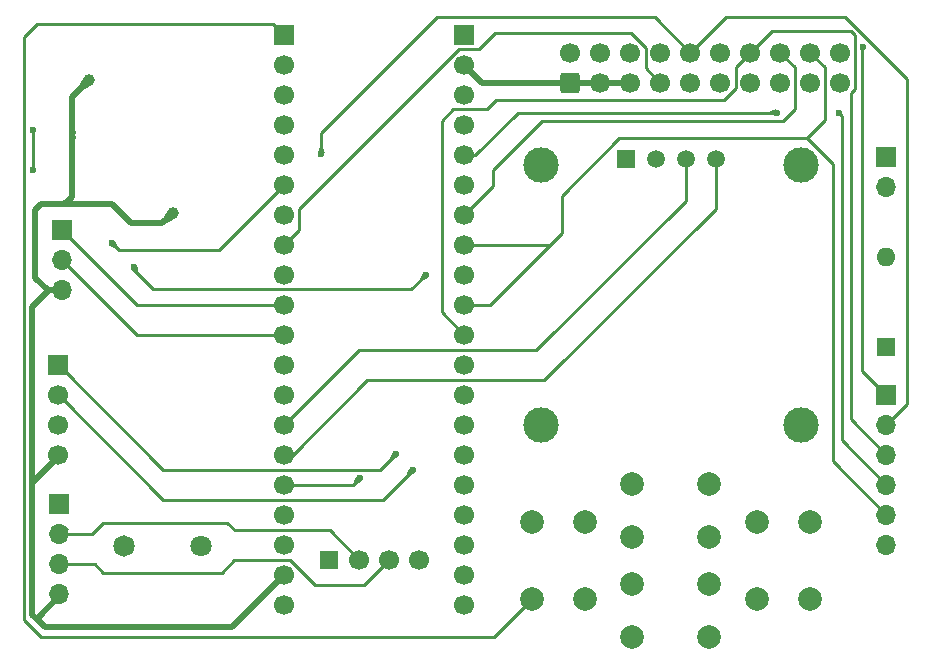
<source format=gbr>
%TF.GenerationSoftware,KiCad,Pcbnew,9.0.1*%
%TF.CreationDate,2025-05-04T19:13:47+02:00*%
%TF.ProjectId,sdiskII_stm32,73646973-6b49-4495-9f73-746d33322e6b,3*%
%TF.SameCoordinates,Original*%
%TF.FileFunction,Copper,L2,Bot*%
%TF.FilePolarity,Positive*%
%FSLAX46Y46*%
G04 Gerber Fmt 4.6, Leading zero omitted, Abs format (unit mm)*
G04 Created by KiCad (PCBNEW 9.0.1) date 2025-05-04 19:13:47*
%MOMM*%
%LPD*%
G01*
G04 APERTURE LIST*
G04 Aperture macros list*
%AMRoundRect*
0 Rectangle with rounded corners*
0 $1 Rounding radius*
0 $2 $3 $4 $5 $6 $7 $8 $9 X,Y pos of 4 corners*
0 Add a 4 corners polygon primitive as box body*
4,1,4,$2,$3,$4,$5,$6,$7,$8,$9,$2,$3,0*
0 Add four circle primitives for the rounded corners*
1,1,$1+$1,$2,$3*
1,1,$1+$1,$4,$5*
1,1,$1+$1,$6,$7*
1,1,$1+$1,$8,$9*
0 Add four rect primitives between the rounded corners*
20,1,$1+$1,$2,$3,$4,$5,0*
20,1,$1+$1,$4,$5,$6,$7,0*
20,1,$1+$1,$6,$7,$8,$9,0*
20,1,$1+$1,$8,$9,$2,$3,0*%
G04 Aperture macros list end*
%TA.AperFunction,ComponentPad*%
%ADD10RoundRect,0.250000X0.600000X-0.600000X0.600000X0.600000X-0.600000X0.600000X-0.600000X-0.600000X0*%
%TD*%
%TA.AperFunction,ComponentPad*%
%ADD11C,1.700000*%
%TD*%
%TA.AperFunction,ComponentPad*%
%ADD12R,1.600000X1.600000*%
%TD*%
%TA.AperFunction,ComponentPad*%
%ADD13O,1.600000X1.600000*%
%TD*%
%TA.AperFunction,ComponentPad*%
%ADD14R,1.700000X1.700000*%
%TD*%
%TA.AperFunction,ComponentPad*%
%ADD15O,1.700000X1.700000*%
%TD*%
%TA.AperFunction,ComponentPad*%
%ADD16C,2.000000*%
%TD*%
%TA.AperFunction,ComponentPad*%
%ADD17C,1.824000*%
%TD*%
%TA.AperFunction,ComponentPad*%
%ADD18C,1.800000*%
%TD*%
%TA.AperFunction,ComponentPad*%
%ADD19R,1.524000X1.524000*%
%TD*%
%TA.AperFunction,ComponentPad*%
%ADD20R,1.508000X1.508000*%
%TD*%
%TA.AperFunction,ComponentPad*%
%ADD21C,1.508000*%
%TD*%
%TA.AperFunction,ComponentPad*%
%ADD22C,3.000000*%
%TD*%
%TA.AperFunction,ViaPad*%
%ADD23C,0.600000*%
%TD*%
%TA.AperFunction,ViaPad*%
%ADD24C,1.000000*%
%TD*%
%TA.AperFunction,Conductor*%
%ADD25C,0.500000*%
%TD*%
%TA.AperFunction,Conductor*%
%ADD26C,0.250000*%
%TD*%
G04 APERTURE END LIST*
D10*
%TO.P,J2,1,Pin_1*%
%TO.N,GND*%
X178290000Y-92490000D03*
D11*
%TO.P,J2,2,Pin_2*%
%TO.N,STEP0*%
X178290000Y-89950000D03*
%TO.P,J2,3,Pin_3*%
%TO.N,GND*%
X180830000Y-92490000D03*
%TO.P,J2,4,Pin_4*%
%TO.N,STEP1*%
X180830000Y-89950000D03*
%TO.P,J2,5,Pin_5*%
%TO.N,GND*%
X183370000Y-92490000D03*
%TO.P,J2,6,Pin_6*%
%TO.N,STEP2*%
X183370000Y-89950000D03*
%TO.P,J2,7,Pin_7*%
%TO.N,3.5DSK*%
X185910000Y-92490000D03*
%TO.P,J2,8,Pin_8*%
%TO.N,STEP3*%
X185910000Y-89950000D03*
%TO.P,J2,9,Pin_9*%
%TO.N,unconnected-(J2-Pin_9-Pad9)*%
X188450000Y-92490000D03*
%TO.P,J2,10,Pin_10*%
%TO.N,WR_REQ*%
X188450000Y-89950000D03*
%TO.P,J2,11,Pin_11*%
%TO.N,VCC*%
X190990000Y-92490000D03*
%TO.P,J2,12,Pin_12*%
%TO.N,SELECT*%
X190990000Y-89950000D03*
%TO.P,J2,13,Pin_13*%
%TO.N,unconnected-(J2-Pin_13-Pad13)*%
X193530000Y-92490000D03*
%TO.P,J2,14,Pin_14*%
%TO.N,DEVICE_ENABLE*%
X193530000Y-89950000D03*
%TO.P,J2,15,Pin_15*%
%TO.N,unconnected-(J2-Pin_15-Pad15)*%
X196070000Y-92490000D03*
%TO.P,J2,16,Pin_16*%
%TO.N,RD_DATA*%
X196070000Y-89950000D03*
%TO.P,J2,17,Pin_17*%
%TO.N,unconnected-(J2-Pin_17-Pad17)*%
X198610000Y-92490000D03*
%TO.P,J2,18,Pin_18*%
%TO.N,WR_DATA*%
X198610000Y-89950000D03*
%TO.P,J2,19,Pin_19*%
%TO.N,unconnected-(J2-Pin_19-Pad19)*%
X201150000Y-92490000D03*
%TO.P,J2,20,Pin_20*%
%TO.N,WR_PROTECT*%
X201150000Y-89950000D03*
%TD*%
D12*
%TO.P,D1,1,K*%
%TO.N,PWR_IN*%
X205000000Y-114840000D03*
D13*
%TO.P,D1,2,A*%
%TO.N,PWR_RD*%
X205000000Y-107220000D03*
%TD*%
D14*
%TO.P,J5,1,Pin_1*%
%TO.N,TIM2_CH3*%
X134880000Y-116370000D03*
D11*
%TO.P,J5,2,Pin_2*%
%TO.N,TIM3_CH4*%
X134880000Y-118910000D03*
%TO.P,J5,3,Pin_3*%
%TO.N,DEBUG*%
X134880000Y-121450000D03*
%TO.P,J5,4,Pin_4*%
%TO.N,GND*%
X134880000Y-123990000D03*
%TD*%
D14*
%TO.P,J3,1,Pin_1*%
%TO.N,RD_DATA*%
X205030000Y-118910000D03*
D15*
%TO.P,J3,2,Pin_2*%
%TO.N,WR_REQ*%
X205030000Y-121450000D03*
%TO.P,J3,3,Pin_3*%
%TO.N,DEVICE_ENABLE*%
X205030000Y-123990000D03*
%TO.P,J3,4,Pin_4*%
%TO.N,WR_PROTECT*%
X205030000Y-126530000D03*
%TO.P,J3,5,Pin_5*%
%TO.N,WR_DATA*%
X205030000Y-129070000D03*
%TO.P,J3,6,Pin_6*%
%TO.N,GND*%
X205030000Y-131610000D03*
%TD*%
D16*
%TO.P,UP1,1,1*%
%TO.N,+3.3V*%
X190040000Y-130950000D03*
X183540000Y-130950000D03*
%TO.P,UP1,2,2*%
%TO.N,BTN_UP*%
X190040000Y-126450000D03*
X183540000Y-126450000D03*
%TD*%
D17*
%TO.P,BZ1,1,+*%
%TO.N,TIM1_CH2N*%
X140500000Y-131750000D03*
D18*
%TO.P,BZ1,2,-*%
%TO.N,GND*%
X147000000Y-131750000D03*
%TD*%
D14*
%TO.P,J4,1,Pin_1*%
%TO.N,USART1_TX*%
X135240000Y-104975000D03*
D15*
%TO.P,J4,2,Pin_2*%
%TO.N,USART1_RX*%
X135240000Y-107515000D03*
%TO.P,J4,3,Pin_3*%
%TO.N,GND*%
X135240000Y-110055000D03*
%TD*%
D14*
%TO.P,\u03BCC1,1,B12*%
%TO.N,BTN_RET*%
X154050000Y-88440000D03*
D11*
%TO.P,\u03BCC1,2,B13*%
%TO.N,SD_EJECT*%
X154050000Y-90980000D03*
%TO.P,\u03BCC1,3,B14*%
%TO.N,TIM1_CH2N*%
X154050000Y-93520000D03*
%TO.P,\u03BCC1,4,B15*%
%TO.N,SDIO_CK*%
X154050000Y-96060000D03*
%TO.P,\u03BCC1,5,A8*%
%TO.N,SDIO_D1*%
X154050000Y-98600000D03*
%TO.P,\u03BCC1,6,A9*%
%TO.N,SDIO_D2*%
X154050000Y-101140000D03*
%TO.P,\u03BCC1,7,A10*%
%TO.N,DEBUG*%
X154050000Y-103680000D03*
%TO.P,\u03BCC1,8,A11*%
%TO.N,3.5DSK*%
X154050000Y-106220000D03*
%TO.P,\u03BCC1,9,A12*%
%TO.N,unconnected-(\u03BCC1-A12-Pad9)*%
X154050000Y-108760000D03*
%TO.P,\u03BCC1,10,A15*%
%TO.N,USART1_TX*%
X154050000Y-111300000D03*
%TO.P,\u03BCC1,11,B3*%
%TO.N,USART1_RX*%
X154050000Y-113840000D03*
%TO.P,\u03BCC1,12,B4*%
%TO.N,SDIO_DO*%
X154050000Y-116380000D03*
%TO.P,\u03BCC1,13,B5*%
%TO.N,SDIO_D3*%
X154050000Y-118920000D03*
%TO.P,\u03BCC1,14,B6*%
%TO.N,I2C_SCL*%
X154050000Y-121460000D03*
%TO.P,\u03BCC1,15,B7*%
%TO.N,I2C_SDA*%
X154050000Y-124000000D03*
%TO.P,\u03BCC1,16,B8*%
%TO.N,SELECT*%
X154050000Y-126540000D03*
%TO.P,\u03BCC1,17,B9*%
%TO.N,WR_REQ*%
X154050000Y-129080000D03*
%TO.P,\u03BCC1,18,5Vi*%
%TO.N,PWR_IN*%
X154050000Y-131620000D03*
%TO.P,\u03BCC1,19,GNDi*%
%TO.N,GND*%
X154050000Y-134160000D03*
%TO.P,\u03BCC1,20,3.3i*%
%TO.N,+3.3V*%
X154050000Y-136700000D03*
%TO.P,\u03BCC1,21,VB*%
%TO.N,unconnected-(\u03BCC1-VB-Pad21)*%
X169290000Y-136700000D03*
%TO.P,\u03BCC1,22,C13*%
%TO.N,BTN_DOWN*%
X169290000Y-134160000D03*
%TO.P,\u03BCC1,23,C14*%
%TO.N,BTN_UP*%
X169290000Y-131620000D03*
%TO.P,\u03BCC1,24,C15*%
%TO.N,BTN_ENTR*%
X169290000Y-129080000D03*
%TO.P,\u03BCC1,25,R*%
%TO.N,unconnected-(\u03BCC1-R-Pad25)*%
X169290000Y-126540000D03*
%TO.P,\u03BCC1,26,A0*%
%TO.N,STEP0*%
X169290000Y-124000000D03*
%TO.P,\u03BCC1,27,A1*%
%TO.N,STEP1*%
X169290000Y-121460000D03*
%TO.P,\u03BCC1,28,A2*%
%TO.N,STEP2*%
X169290000Y-118920000D03*
%TO.P,\u03BCC1,29,A3*%
%TO.N,STEP3*%
X169290000Y-116380000D03*
%TO.P,\u03BCC1,30,A4*%
%TO.N,DEVICE_ENABLE*%
X169290000Y-113840000D03*
%TO.P,\u03BCC1,31,A5*%
%TO.N,WR_DATA*%
X169290000Y-111300000D03*
%TO.P,\u03BCC1,32,A6*%
%TO.N,SDIO_CMD*%
X169290000Y-108760000D03*
%TO.P,\u03BCC1,33,A7*%
%TO.N,WR_DATA*%
X169290000Y-106220000D03*
%TO.P,\u03BCC1,34,B0*%
%TO.N,RD_DATA*%
X169290000Y-103680000D03*
%TO.P,\u03BCC1,35,B1*%
%TO.N,TIM3_CH4*%
X169290000Y-101140000D03*
%TO.P,\u03BCC1,36,B2*%
%TO.N,WR_PROTECT*%
X169290000Y-98600000D03*
%TO.P,\u03BCC1,37,B10*%
%TO.N,TIM2_CH3*%
X169290000Y-96060000D03*
%TO.P,\u03BCC1,38,3.3ii*%
%TO.N,unconnected-(\u03BCC1-3.3ii-Pad38)*%
X169290000Y-93520000D03*
%TO.P,\u03BCC1,39,GNDii*%
%TO.N,GND*%
X169290000Y-90980000D03*
D14*
%TO.P,\u03BCC1,40,5Vii*%
%TO.N,unconnected-(\u03BCC1-5Vii-Pad40)*%
X169290000Y-88440000D03*
D19*
%TO.P,\u03BCC1,41,3.3V*%
%TO.N,+3.3V*%
X157860000Y-132890000D03*
D11*
%TO.P,\u03BCC1,42,SDIO*%
%TO.N,SDIO*%
X160400000Y-132890000D03*
%TO.P,\u03BCC1,43,SCK*%
%TO.N,SCK*%
X162940000Y-132890000D03*
%TO.P,\u03BCC1,44,GND*%
%TO.N,GND*%
X165480000Y-132890000D03*
%TD*%
D14*
%TO.P,J1,1,Pin_1*%
%TO.N,VCC*%
X205000000Y-98810000D03*
D15*
%TO.P,J1,2,Pin_2*%
%TO.N,PWR_RD*%
X205000000Y-101350000D03*
%TD*%
D16*
%TO.P,ENTR1,1,1*%
%TO.N,+3.3V*%
X198540000Y-129700000D03*
X198540000Y-136200000D03*
%TO.P,ENTR1,2,2*%
%TO.N,BTN_ENTR*%
X194040000Y-129700000D03*
X194040000Y-136200000D03*
%TD*%
D14*
%TO.P,J6,1,Pin_1*%
%TO.N,+3.3V*%
X135000000Y-128180000D03*
D15*
%TO.P,J6,2,Pin_2*%
%TO.N,SDIO*%
X135000000Y-130720000D03*
%TO.P,J6,3,Pin_3*%
%TO.N,SCK*%
X135000000Y-133260000D03*
%TO.P,J6,4,Pin_4*%
%TO.N,GND*%
X135000000Y-135800000D03*
%TD*%
D20*
%TO.P,U8,1,GND*%
%TO.N,GND*%
X182980000Y-98950000D03*
D21*
%TO.P,U8,2,VCC_IN*%
%TO.N,+3.3V*%
X185520000Y-98950000D03*
%TO.P,U8,3,SCL*%
%TO.N,I2C_SCL*%
X188060000Y-98950000D03*
%TO.P,U8,4,SDA*%
%TO.N,I2C_SDA*%
X190600000Y-98950000D03*
D22*
%TO.P,U8,S1*%
%TO.N,N/C*%
X175790000Y-99450000D03*
%TO.P,U8,S2*%
X197790000Y-99450000D03*
%TO.P,U8,S3*%
X197790000Y-121450000D03*
%TO.P,U8,S4*%
X175790000Y-121450000D03*
%TD*%
D16*
%TO.P,RET1,1,1*%
%TO.N,+3.3V*%
X179540000Y-129700000D03*
X179540000Y-136200000D03*
%TO.P,RET1,2,2*%
%TO.N,BTN_RET*%
X175040000Y-129700000D03*
X175040000Y-136200000D03*
%TD*%
%TO.P,DOWN1,1,1*%
%TO.N,+3.3V*%
X183540000Y-134950000D03*
X190040000Y-134950000D03*
%TO.P,DOWN1,2,2*%
%TO.N,BTN_DOWN*%
X183540000Y-139450000D03*
X190040000Y-139450000D03*
%TD*%
D23*
%TO.N,GND*%
X136090000Y-96930000D03*
D24*
X144640000Y-103500000D03*
X137540000Y-92250000D03*
D23*
%TO.N,WR_REQ*%
X157190000Y-98500000D03*
%TO.N,WR_PROTECT*%
X201000000Y-95025000D03*
X195750000Y-95025000D03*
%TO.N,RD_DATA*%
X203050000Y-89500000D03*
%TO.N,SDIO_CMD*%
X141340000Y-108100000D03*
X166040000Y-108760000D03*
%TO.N,SDIO_D2*%
X139490000Y-106050000D03*
%TO.N,DEBUG*%
X132750000Y-99900000D03*
X132750000Y-96500000D03*
%TO.N,TIM3_CH4*%
X164940000Y-125250000D03*
%TO.N,SELECT*%
X160500000Y-125925000D03*
%TO.N,TIM2_CH3*%
X163490000Y-123900000D03*
%TD*%
D25*
%TO.N,GND*%
X132715000Y-111475000D02*
X134135000Y-110055000D01*
X132990000Y-103300000D02*
X132990000Y-109000000D01*
X178290000Y-92490000D02*
X180830000Y-92490000D01*
X134045000Y-110055000D02*
X135240000Y-110055000D01*
X170800000Y-92490000D02*
X169290000Y-90980000D01*
X135440000Y-102800000D02*
X133490000Y-102800000D01*
X133090000Y-137900000D02*
X132715000Y-137525000D01*
X144640000Y-103500000D02*
X143740000Y-104400000D01*
X136090000Y-96930000D02*
X136090000Y-102150000D01*
X136090000Y-96930000D02*
X136090000Y-93700000D01*
X154050000Y-134160000D02*
X149610000Y-138600000D01*
X132715000Y-126750000D02*
X132715000Y-111475000D01*
X132990000Y-109000000D02*
X134045000Y-110055000D01*
X178290000Y-92490000D02*
X170800000Y-92490000D01*
X136090000Y-93700000D02*
X137540000Y-92250000D01*
X132715000Y-126405000D02*
X132715000Y-126750000D01*
X133090000Y-137900000D02*
X135190000Y-135800000D01*
X180830000Y-92490000D02*
X183370000Y-92490000D01*
X136090000Y-102150000D02*
X135440000Y-102800000D01*
X132715000Y-137525000D02*
X132715000Y-126750000D01*
X134135000Y-110055000D02*
X135240000Y-110055000D01*
X133490000Y-102800000D02*
X132990000Y-103300000D01*
X135000000Y-124120000D02*
X132715000Y-126405000D01*
X149610000Y-138600000D02*
X133790000Y-138600000D01*
X143740000Y-104400000D02*
X141090000Y-104400000D01*
X141090000Y-104400000D02*
X139490000Y-102800000D01*
X133790000Y-138600000D02*
X133090000Y-137900000D01*
X139490000Y-102800000D02*
X135440000Y-102800000D01*
D26*
%TO.N,3.5DSK*%
X168835000Y-89665000D02*
X170515000Y-89665000D01*
X184685000Y-89532588D02*
X184685000Y-91265000D01*
X183452412Y-88300000D02*
X184685000Y-89532588D01*
X155275000Y-104995000D02*
X155275000Y-103225000D01*
X171880000Y-88300000D02*
X183452412Y-88300000D01*
X184685000Y-91265000D02*
X185910000Y-92490000D01*
X170515000Y-89665000D02*
X171880000Y-88300000D01*
X155275000Y-103225000D02*
X168835000Y-89665000D01*
X154050000Y-106220000D02*
X155275000Y-104995000D01*
%TO.N,WR_REQ*%
X201547106Y-86950000D02*
X206750000Y-92152894D01*
X188450000Y-89950000D02*
X191450000Y-86950000D01*
X166990000Y-86950000D02*
X185450000Y-86950000D01*
X206750000Y-119730000D02*
X205030000Y-121450000D01*
X185450000Y-86950000D02*
X188450000Y-89950000D01*
X157190000Y-96750000D02*
X166990000Y-86950000D01*
X191450000Y-86950000D02*
X201547106Y-86950000D01*
X206750000Y-92152894D02*
X206750000Y-119730000D01*
X157190000Y-98500000D02*
X157190000Y-96750000D01*
%TO.N,WR_PROTECT*%
X195750000Y-95025000D02*
X173815000Y-95025000D01*
X173815000Y-95025000D02*
X170240000Y-98600000D01*
X201250000Y-122750000D02*
X205030000Y-126530000D01*
X201000000Y-95025000D02*
X201250000Y-95275000D01*
X170240000Y-98600000D02*
X169290000Y-98600000D01*
X201250000Y-95275000D02*
X201250000Y-122750000D01*
%TO.N,BTN_RET*%
X131990000Y-137950000D02*
X133440000Y-139400000D01*
X171840000Y-139400000D02*
X175040000Y-136200000D01*
X133440000Y-139400000D02*
X171840000Y-139400000D01*
X153110000Y-87500000D02*
X133100000Y-87500000D01*
X133100000Y-87500000D02*
X131990000Y-88610000D01*
X131990000Y-88610000D02*
X131990000Y-137950000D01*
X154050000Y-88440000D02*
X153110000Y-87500000D01*
%TO.N,WR_DATA*%
X199835000Y-91175000D02*
X198610000Y-89950000D01*
X200500000Y-99400000D02*
X200500000Y-124540000D01*
X198300000Y-97200000D02*
X199835000Y-95665000D01*
X176520000Y-106220000D02*
X171440000Y-111300000D01*
X200500000Y-124540000D02*
X205030000Y-129070000D01*
X170040000Y-106200000D02*
X169514000Y-106726000D01*
X171440000Y-111300000D02*
X169290000Y-111300000D01*
X176520000Y-106220000D02*
X177540000Y-105200000D01*
X198300000Y-97200000D02*
X200500000Y-99400000D01*
X177540000Y-102050000D02*
X182390000Y-97200000D01*
X177540000Y-105200000D02*
X177540000Y-102050000D01*
X199835000Y-95665000D02*
X199835000Y-91175000D01*
X182390000Y-97200000D02*
X198300000Y-97200000D01*
X169985592Y-106200000D02*
X169647796Y-105862204D01*
X170040000Y-106200000D02*
X169985592Y-106200000D01*
X176520000Y-106220000D02*
X169290000Y-106220000D01*
%TO.N,RD_DATA*%
X171740000Y-101230000D02*
X169290000Y-103680000D01*
X175890000Y-95700000D02*
X171740000Y-99850000D01*
X196070000Y-89950000D02*
X197295000Y-91175000D01*
X197295000Y-91175000D02*
X197295000Y-94705000D01*
X203000000Y-89550000D02*
X203000000Y-116880000D01*
X203000000Y-116880000D02*
X205030000Y-118910000D01*
X203050000Y-89500000D02*
X203000000Y-89550000D01*
X196300000Y-95700000D02*
X175890000Y-95700000D01*
X197295000Y-94705000D02*
X196300000Y-95700000D01*
X168594408Y-103700000D02*
X168932204Y-104037796D01*
X171740000Y-99850000D02*
X171740000Y-101230000D01*
%TO.N,I2C_SDA*%
X168782588Y-117695000D02*
X168777588Y-117700000D01*
X169802412Y-117700000D02*
X169797412Y-117695000D01*
X168777588Y-117700000D02*
X161090000Y-117700000D01*
X169797412Y-117695000D02*
X168782588Y-117695000D01*
X161090000Y-117700000D02*
X154790000Y-124000000D01*
X176090000Y-117700000D02*
X169802412Y-117700000D01*
X190600000Y-98950000D02*
X190600000Y-103190000D01*
X190600000Y-103190000D02*
X176090000Y-117700000D01*
X154790000Y-124000000D02*
X154050000Y-124000000D01*
%TO.N,USART1_RX*%
X141565000Y-113840000D02*
X154050000Y-113840000D01*
X135240000Y-107515000D02*
X141565000Y-113840000D01*
%TO.N,I2C_SCL*%
X188060000Y-98950000D02*
X188060000Y-102480000D01*
X160360000Y-115150000D02*
X154050000Y-121460000D01*
X188060000Y-102480000D02*
X175390000Y-115150000D01*
X175390000Y-115150000D02*
X160360000Y-115150000D01*
%TO.N,USART1_TX*%
X141565000Y-111300000D02*
X154050000Y-111300000D01*
X135240000Y-104975000D02*
X141565000Y-111300000D01*
%TO.N,SDIO_CMD*%
X164815000Y-109985000D02*
X166040000Y-108760000D01*
X142975000Y-109985000D02*
X164815000Y-109985000D01*
X141340000Y-108100000D02*
X141340000Y-108350000D01*
X141340000Y-108350000D02*
X142975000Y-109985000D01*
%TO.N,SDIO_D2*%
X154000000Y-101140000D02*
X154050000Y-101140000D01*
X148490000Y-106650000D02*
X154000000Y-101140000D01*
X140090000Y-106650000D02*
X148490000Y-106650000D01*
X139490000Y-106050000D02*
X140090000Y-106650000D01*
%TO.N,DEBUG*%
X132750000Y-99900000D02*
X132750000Y-96500000D01*
%TO.N,TIM3_CH4*%
X164940000Y-125250000D02*
X162390000Y-127800000D01*
X143830000Y-127800000D02*
X135240000Y-119210000D01*
X162390000Y-127800000D02*
X143830000Y-127800000D01*
%TO.N,SELECT*%
X159885000Y-126540000D02*
X154050000Y-126540000D01*
X160500000Y-125925000D02*
X159885000Y-126540000D01*
%TO.N,DEVICE_ENABLE*%
X191290000Y-93950000D02*
X172000000Y-93950000D01*
X192290000Y-91190000D02*
X192290000Y-92950000D01*
X202375000Y-92997412D02*
X202000000Y-93372412D01*
X171200000Y-94750000D02*
X168340000Y-94750000D01*
X202000000Y-93372412D02*
X202000000Y-120960000D01*
X202000000Y-120960000D02*
X205030000Y-123990000D01*
X168340000Y-94750000D02*
X167390000Y-95700000D01*
X193530000Y-89950000D02*
X195330000Y-88150000D01*
X172000000Y-93950000D02*
X171200000Y-94750000D01*
X202040000Y-88150000D02*
X202375000Y-88485000D01*
X202375000Y-88485000D02*
X202375000Y-92997412D01*
X195330000Y-88150000D02*
X202040000Y-88150000D01*
X167390000Y-111940000D02*
X169290000Y-113840000D01*
X192290000Y-92950000D02*
X191290000Y-93950000D01*
X167390000Y-95700000D02*
X167390000Y-111940000D01*
X193530000Y-89950000D02*
X192290000Y-91190000D01*
%TO.N,TIM2_CH3*%
X162140000Y-125250000D02*
X143820000Y-125250000D01*
X163490000Y-123900000D02*
X162140000Y-125250000D01*
X143820000Y-125250000D02*
X135240000Y-116670000D01*
%TO.N,SCK*%
X156622412Y-135000000D02*
X154557412Y-132935000D01*
X135515000Y-132935000D02*
X135190000Y-133260000D01*
X148750000Y-134000000D02*
X138750000Y-134000000D01*
X138010000Y-133260000D02*
X135240000Y-133260000D01*
X162940000Y-132890000D02*
X160830000Y-135000000D01*
X149815000Y-132935000D02*
X148750000Y-134000000D01*
X160830000Y-135000000D02*
X156622412Y-135000000D01*
X154557412Y-132935000D02*
X149815000Y-132935000D01*
X138750000Y-134000000D02*
X138010000Y-133260000D01*
%TO.N,SDIO*%
X137780000Y-130720000D02*
X135240000Y-130720000D01*
X149250000Y-129750000D02*
X138750000Y-129750000D01*
X149895000Y-130395000D02*
X149250000Y-129750000D01*
X138750000Y-129750000D02*
X137780000Y-130720000D01*
X160400000Y-132890000D02*
X157905000Y-130395000D01*
X135655000Y-130305000D02*
X135240000Y-130720000D01*
X157905000Y-130395000D02*
X149895000Y-130395000D01*
X135605000Y-130305000D02*
X135190000Y-130720000D01*
%TD*%
%TA.AperFunction,Conductor*%
%TO.N,GND*%
G36*
X144234014Y-103228730D02*
G01*
X144234657Y-103229129D01*
X144638749Y-103497990D01*
X144642009Y-103501250D01*
X144910870Y-103905342D01*
X144912600Y-103914128D01*
X144907610Y-103921564D01*
X144906967Y-103921963D01*
X144124234Y-104372616D01*
X144115354Y-104373774D01*
X144110123Y-104370749D01*
X143769250Y-104029876D01*
X143765823Y-104021603D01*
X143767382Y-104015768D01*
X144218038Y-103233030D01*
X144225134Y-103227572D01*
X144234014Y-103228730D01*
G37*
%TD.AperFunction*%
%TD*%
%TA.AperFunction,Conductor*%
%TO.N,GND*%
G36*
X136374039Y-96986464D02*
G01*
X136381468Y-96991464D01*
X136383379Y-96998895D01*
X136340887Y-97513499D01*
X136336791Y-97521462D01*
X136329227Y-97524236D01*
X135850773Y-97524236D01*
X135842500Y-97520809D01*
X135839113Y-97513499D01*
X135796620Y-96998895D01*
X135799354Y-96990368D01*
X135805959Y-96986464D01*
X136087682Y-96929469D01*
X136092318Y-96929469D01*
X136374039Y-96986464D01*
G37*
%TD.AperFunction*%
%TD*%
%TA.AperFunction,Conductor*%
%TO.N,GND*%
G36*
X136337500Y-96339191D02*
G01*
X136340887Y-96346501D01*
X136383379Y-96861104D01*
X136380645Y-96869631D01*
X136374039Y-96873535D01*
X136092320Y-96930530D01*
X136087680Y-96930530D01*
X135805960Y-96873535D01*
X135798531Y-96868535D01*
X135796620Y-96861104D01*
X135839113Y-96346501D01*
X135843209Y-96338538D01*
X135850773Y-96335764D01*
X136329227Y-96335764D01*
X136337500Y-96339191D01*
G37*
%TD.AperFunction*%
%TD*%
%TA.AperFunction,Conductor*%
%TO.N,GND*%
G36*
X137134014Y-91978730D02*
G01*
X137134657Y-91979129D01*
X137538749Y-92247990D01*
X137542009Y-92251250D01*
X137810870Y-92655342D01*
X137812600Y-92664128D01*
X137807610Y-92671564D01*
X137806967Y-92671963D01*
X137024234Y-93122616D01*
X137015354Y-93123774D01*
X137010123Y-93120749D01*
X136669250Y-92779876D01*
X136665823Y-92771603D01*
X136667382Y-92765768D01*
X137118038Y-91983030D01*
X137125134Y-91977572D01*
X137134014Y-91978730D01*
G37*
%TD.AperFunction*%
%TD*%
%TA.AperFunction,Conductor*%
%TO.N,WR_REQ*%
G36*
X157314699Y-97909191D02*
G01*
X157317583Y-97913940D01*
X157480315Y-98429062D01*
X157479539Y-98437983D01*
X157472682Y-98443743D01*
X157471478Y-98444054D01*
X157192320Y-98500530D01*
X157187680Y-98500530D01*
X156954553Y-98453366D01*
X156908520Y-98444053D01*
X156901092Y-98439054D01*
X156899373Y-98430266D01*
X156899680Y-98429075D01*
X157062417Y-97913939D01*
X157068177Y-97907083D01*
X157073574Y-97905764D01*
X157306426Y-97905764D01*
X157314699Y-97909191D01*
G37*
%TD.AperFunction*%
%TD*%
%TA.AperFunction,Conductor*%
%TO.N,WR_PROTECT*%
G36*
X195687983Y-94735460D02*
G01*
X195693743Y-94742317D01*
X195694054Y-94743521D01*
X195750530Y-95022680D01*
X195750530Y-95027320D01*
X195694054Y-95306478D01*
X195689054Y-95313907D01*
X195680266Y-95315626D01*
X195679062Y-95315315D01*
X195163940Y-95152582D01*
X195157083Y-95146822D01*
X195155764Y-95141425D01*
X195155764Y-94908574D01*
X195159191Y-94900301D01*
X195163940Y-94897417D01*
X195679063Y-94734684D01*
X195687983Y-94735460D01*
G37*
%TD.AperFunction*%
%TD*%
%TA.AperFunction,Conductor*%
%TO.N,SDIO_CMD*%
G36*
X165800333Y-108599892D02*
G01*
X165801400Y-108600521D01*
X166027419Y-108750477D01*
X166038734Y-108757984D01*
X166042015Y-108761265D01*
X166199475Y-108998595D01*
X166201194Y-109007383D01*
X166196194Y-109014812D01*
X166195123Y-109015444D01*
X165715808Y-109264621D01*
X165706887Y-109265397D01*
X165702138Y-109262513D01*
X165537486Y-109097861D01*
X165534059Y-109089588D01*
X165535377Y-109084194D01*
X165784557Y-108604874D01*
X165791412Y-108599116D01*
X165800333Y-108599892D01*
G37*
%TD.AperFunction*%
%TD*%
%TA.AperFunction,Conductor*%
%TO.N,SDIO_CMD*%
G36*
X141630475Y-108045702D02*
G01*
X141635429Y-108053161D01*
X141635583Y-108054178D01*
X141684166Y-108512423D01*
X141681630Y-108521012D01*
X141680804Y-108521930D01*
X141516357Y-108686377D01*
X141508084Y-108689804D01*
X141499811Y-108686377D01*
X141499707Y-108686272D01*
X141100352Y-108276714D01*
X141097030Y-108268398D01*
X141100561Y-108260169D01*
X141102192Y-108258842D01*
X141337334Y-108100611D01*
X141341612Y-108098838D01*
X141621697Y-108043931D01*
X141630475Y-108045702D01*
G37*
%TD.AperFunction*%
%TD*%
%TA.AperFunction,Conductor*%
%TO.N,SDIO_D2*%
G36*
X139744812Y-105893805D02*
G01*
X139745444Y-105894876D01*
X139994621Y-106374191D01*
X139995397Y-106383112D01*
X139992513Y-106387861D01*
X139827861Y-106552513D01*
X139819588Y-106555940D01*
X139814191Y-106554621D01*
X139334876Y-106305444D01*
X139329116Y-106298587D01*
X139329892Y-106289666D01*
X139330516Y-106288607D01*
X139487985Y-106051263D01*
X139491263Y-106047985D01*
X139728596Y-105890523D01*
X139737383Y-105888805D01*
X139744812Y-105893805D01*
G37*
%TD.AperFunction*%
%TD*%
%TA.AperFunction,Conductor*%
%TO.N,TIM3_CH4*%
G36*
X164700333Y-125089892D02*
G01*
X164701400Y-125090521D01*
X164927419Y-125240477D01*
X164938734Y-125247984D01*
X164942015Y-125251265D01*
X165099475Y-125488595D01*
X165101194Y-125497383D01*
X165096194Y-125504812D01*
X165095123Y-125505444D01*
X164615808Y-125754621D01*
X164606887Y-125755397D01*
X164602138Y-125752513D01*
X164437486Y-125587861D01*
X164434059Y-125579588D01*
X164435377Y-125574194D01*
X164684557Y-125094874D01*
X164691412Y-125089116D01*
X164700333Y-125089892D01*
G37*
%TD.AperFunction*%
%TD*%
%TA.AperFunction,Conductor*%
%TO.N,SELECT*%
G36*
X160260333Y-125764892D02*
G01*
X160261400Y-125765521D01*
X160487419Y-125915477D01*
X160498734Y-125922984D01*
X160502015Y-125926265D01*
X160659475Y-126163595D01*
X160661194Y-126172383D01*
X160656194Y-126179812D01*
X160655123Y-126180444D01*
X160175808Y-126429621D01*
X160166887Y-126430397D01*
X160162138Y-126427513D01*
X159997486Y-126262861D01*
X159994059Y-126254588D01*
X159995377Y-126249194D01*
X160244557Y-125769874D01*
X160251412Y-125764116D01*
X160260333Y-125764892D01*
G37*
%TD.AperFunction*%
%TD*%
%TA.AperFunction,Conductor*%
%TO.N,TIM2_CH3*%
G36*
X163250333Y-123739892D02*
G01*
X163251400Y-123740521D01*
X163477419Y-123890477D01*
X163488734Y-123897984D01*
X163492015Y-123901265D01*
X163649475Y-124138595D01*
X163651194Y-124147383D01*
X163646194Y-124154812D01*
X163645123Y-124155444D01*
X163165808Y-124404621D01*
X163156887Y-124405397D01*
X163152138Y-124402513D01*
X162987486Y-124237861D01*
X162984059Y-124229588D01*
X162985377Y-124224194D01*
X163234557Y-123744874D01*
X163241412Y-123739116D01*
X163250333Y-123739892D01*
G37*
%TD.AperFunction*%
%TD*%
M02*

</source>
